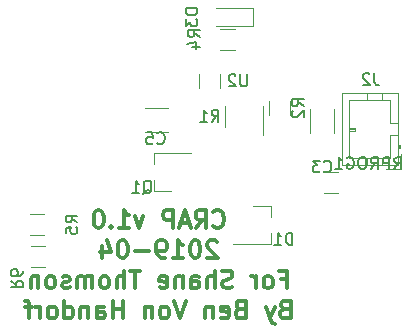
<source format=gbr>
G04 #@! TF.GenerationSoftware,KiCad,Pcbnew,5.0.2-bee76a0~70~ubuntu18.04.1*
G04 #@! TF.CreationDate,2019-04-29T21:23:14-04:00*
G04 #@! TF.ProjectId,E73 SCR,45373320-5343-4522-9e6b-696361645f70,rev?*
G04 #@! TF.SameCoordinates,Original*
G04 #@! TF.FileFunction,Legend,Bot*
G04 #@! TF.FilePolarity,Positive*
%FSLAX46Y46*%
G04 Gerber Fmt 4.6, Leading zero omitted, Abs format (unit mm)*
G04 Created by KiCad (PCBNEW 5.0.2-bee76a0~70~ubuntu18.04.1) date Mon 29 Apr 2019 09:23:14 PM EDT*
%MOMM*%
%LPD*%
G01*
G04 APERTURE LIST*
%ADD10C,0.300000*%
%ADD11C,0.120000*%
%ADD12C,0.150000*%
G04 APERTURE END LIST*
D10*
X136007142Y-77810714D02*
X136078571Y-77882142D01*
X136292857Y-77953571D01*
X136435714Y-77953571D01*
X136650000Y-77882142D01*
X136792857Y-77739285D01*
X136864285Y-77596428D01*
X136935714Y-77310714D01*
X136935714Y-77096428D01*
X136864285Y-76810714D01*
X136792857Y-76667857D01*
X136650000Y-76525000D01*
X136435714Y-76453571D01*
X136292857Y-76453571D01*
X136078571Y-76525000D01*
X136007142Y-76596428D01*
X134507142Y-77953571D02*
X135007142Y-77239285D01*
X135364285Y-77953571D02*
X135364285Y-76453571D01*
X134792857Y-76453571D01*
X134650000Y-76525000D01*
X134578571Y-76596428D01*
X134507142Y-76739285D01*
X134507142Y-76953571D01*
X134578571Y-77096428D01*
X134650000Y-77167857D01*
X134792857Y-77239285D01*
X135364285Y-77239285D01*
X133935714Y-77525000D02*
X133221428Y-77525000D01*
X134078571Y-77953571D02*
X133578571Y-76453571D01*
X133078571Y-77953571D01*
X132578571Y-77953571D02*
X132578571Y-76453571D01*
X132007142Y-76453571D01*
X131864285Y-76525000D01*
X131792857Y-76596428D01*
X131721428Y-76739285D01*
X131721428Y-76953571D01*
X131792857Y-77096428D01*
X131864285Y-77167857D01*
X132007142Y-77239285D01*
X132578571Y-77239285D01*
X130078571Y-76953571D02*
X129721428Y-77953571D01*
X129364285Y-76953571D01*
X128007142Y-77953571D02*
X128864285Y-77953571D01*
X128435714Y-77953571D02*
X128435714Y-76453571D01*
X128578571Y-76667857D01*
X128721428Y-76810714D01*
X128864285Y-76882142D01*
X127364285Y-77810714D02*
X127292857Y-77882142D01*
X127364285Y-77953571D01*
X127435714Y-77882142D01*
X127364285Y-77810714D01*
X127364285Y-77953571D01*
X126364285Y-76453571D02*
X126221428Y-76453571D01*
X126078571Y-76525000D01*
X126007142Y-76596428D01*
X125935714Y-76739285D01*
X125864285Y-77025000D01*
X125864285Y-77382142D01*
X125935714Y-77667857D01*
X126007142Y-77810714D01*
X126078571Y-77882142D01*
X126221428Y-77953571D01*
X126364285Y-77953571D01*
X126507142Y-77882142D01*
X126578571Y-77810714D01*
X126650000Y-77667857D01*
X126721428Y-77382142D01*
X126721428Y-77025000D01*
X126650000Y-76739285D01*
X126578571Y-76596428D01*
X126507142Y-76525000D01*
X126364285Y-76453571D01*
X136328571Y-79146428D02*
X136257142Y-79075000D01*
X136114285Y-79003571D01*
X135757142Y-79003571D01*
X135614285Y-79075000D01*
X135542857Y-79146428D01*
X135471428Y-79289285D01*
X135471428Y-79432142D01*
X135542857Y-79646428D01*
X136400000Y-80503571D01*
X135471428Y-80503571D01*
X134542857Y-79003571D02*
X134400000Y-79003571D01*
X134257142Y-79075000D01*
X134185714Y-79146428D01*
X134114285Y-79289285D01*
X134042857Y-79575000D01*
X134042857Y-79932142D01*
X134114285Y-80217857D01*
X134185714Y-80360714D01*
X134257142Y-80432142D01*
X134400000Y-80503571D01*
X134542857Y-80503571D01*
X134685714Y-80432142D01*
X134757142Y-80360714D01*
X134828571Y-80217857D01*
X134900000Y-79932142D01*
X134900000Y-79575000D01*
X134828571Y-79289285D01*
X134757142Y-79146428D01*
X134685714Y-79075000D01*
X134542857Y-79003571D01*
X132614285Y-80503571D02*
X133471428Y-80503571D01*
X133042857Y-80503571D02*
X133042857Y-79003571D01*
X133185714Y-79217857D01*
X133328571Y-79360714D01*
X133471428Y-79432142D01*
X131900000Y-80503571D02*
X131614285Y-80503571D01*
X131471428Y-80432142D01*
X131400000Y-80360714D01*
X131257142Y-80146428D01*
X131185714Y-79860714D01*
X131185714Y-79289285D01*
X131257142Y-79146428D01*
X131328571Y-79075000D01*
X131471428Y-79003571D01*
X131757142Y-79003571D01*
X131900000Y-79075000D01*
X131971428Y-79146428D01*
X132042857Y-79289285D01*
X132042857Y-79646428D01*
X131971428Y-79789285D01*
X131900000Y-79860714D01*
X131757142Y-79932142D01*
X131471428Y-79932142D01*
X131328571Y-79860714D01*
X131257142Y-79789285D01*
X131185714Y-79646428D01*
X130542857Y-79932142D02*
X129400000Y-79932142D01*
X128400000Y-79003571D02*
X128257142Y-79003571D01*
X128114285Y-79075000D01*
X128042857Y-79146428D01*
X127971428Y-79289285D01*
X127900000Y-79575000D01*
X127900000Y-79932142D01*
X127971428Y-80217857D01*
X128042857Y-80360714D01*
X128114285Y-80432142D01*
X128257142Y-80503571D01*
X128400000Y-80503571D01*
X128542857Y-80432142D01*
X128614285Y-80360714D01*
X128685714Y-80217857D01*
X128757142Y-79932142D01*
X128757142Y-79575000D01*
X128685714Y-79289285D01*
X128614285Y-79146428D01*
X128542857Y-79075000D01*
X128400000Y-79003571D01*
X126614285Y-79503571D02*
X126614285Y-80503571D01*
X126971428Y-78932142D02*
X127328571Y-80003571D01*
X126400000Y-80003571D01*
X141757142Y-82267857D02*
X142257142Y-82267857D01*
X142257142Y-83053571D02*
X142257142Y-81553571D01*
X141542857Y-81553571D01*
X140757142Y-83053571D02*
X140900000Y-82982142D01*
X140971428Y-82910714D01*
X141042857Y-82767857D01*
X141042857Y-82339285D01*
X140971428Y-82196428D01*
X140900000Y-82125000D01*
X140757142Y-82053571D01*
X140542857Y-82053571D01*
X140400000Y-82125000D01*
X140328571Y-82196428D01*
X140257142Y-82339285D01*
X140257142Y-82767857D01*
X140328571Y-82910714D01*
X140400000Y-82982142D01*
X140542857Y-83053571D01*
X140757142Y-83053571D01*
X139614285Y-83053571D02*
X139614285Y-82053571D01*
X139614285Y-82339285D02*
X139542857Y-82196428D01*
X139471428Y-82125000D01*
X139328571Y-82053571D01*
X139185714Y-82053571D01*
X137614285Y-82982142D02*
X137400000Y-83053571D01*
X137042857Y-83053571D01*
X136900000Y-82982142D01*
X136828571Y-82910714D01*
X136757142Y-82767857D01*
X136757142Y-82625000D01*
X136828571Y-82482142D01*
X136900000Y-82410714D01*
X137042857Y-82339285D01*
X137328571Y-82267857D01*
X137471428Y-82196428D01*
X137542857Y-82125000D01*
X137614285Y-81982142D01*
X137614285Y-81839285D01*
X137542857Y-81696428D01*
X137471428Y-81625000D01*
X137328571Y-81553571D01*
X136971428Y-81553571D01*
X136757142Y-81625000D01*
X136114285Y-83053571D02*
X136114285Y-81553571D01*
X135471428Y-83053571D02*
X135471428Y-82267857D01*
X135542857Y-82125000D01*
X135685714Y-82053571D01*
X135900000Y-82053571D01*
X136042857Y-82125000D01*
X136114285Y-82196428D01*
X134114285Y-83053571D02*
X134114285Y-82267857D01*
X134185714Y-82125000D01*
X134328571Y-82053571D01*
X134614285Y-82053571D01*
X134757142Y-82125000D01*
X134114285Y-82982142D02*
X134257142Y-83053571D01*
X134614285Y-83053571D01*
X134757142Y-82982142D01*
X134828571Y-82839285D01*
X134828571Y-82696428D01*
X134757142Y-82553571D01*
X134614285Y-82482142D01*
X134257142Y-82482142D01*
X134114285Y-82410714D01*
X133400000Y-82053571D02*
X133400000Y-83053571D01*
X133400000Y-82196428D02*
X133328571Y-82125000D01*
X133185714Y-82053571D01*
X132971428Y-82053571D01*
X132828571Y-82125000D01*
X132757142Y-82267857D01*
X132757142Y-83053571D01*
X131471428Y-82982142D02*
X131614285Y-83053571D01*
X131900000Y-83053571D01*
X132042857Y-82982142D01*
X132114285Y-82839285D01*
X132114285Y-82267857D01*
X132042857Y-82125000D01*
X131900000Y-82053571D01*
X131614285Y-82053571D01*
X131471428Y-82125000D01*
X131400000Y-82267857D01*
X131400000Y-82410714D01*
X132114285Y-82553571D01*
X129828571Y-81553571D02*
X128971428Y-81553571D01*
X129400000Y-83053571D02*
X129400000Y-81553571D01*
X128471428Y-83053571D02*
X128471428Y-81553571D01*
X127828571Y-83053571D02*
X127828571Y-82267857D01*
X127900000Y-82125000D01*
X128042857Y-82053571D01*
X128257142Y-82053571D01*
X128400000Y-82125000D01*
X128471428Y-82196428D01*
X126900000Y-83053571D02*
X127042857Y-82982142D01*
X127114285Y-82910714D01*
X127185714Y-82767857D01*
X127185714Y-82339285D01*
X127114285Y-82196428D01*
X127042857Y-82125000D01*
X126900000Y-82053571D01*
X126685714Y-82053571D01*
X126542857Y-82125000D01*
X126471428Y-82196428D01*
X126400000Y-82339285D01*
X126400000Y-82767857D01*
X126471428Y-82910714D01*
X126542857Y-82982142D01*
X126685714Y-83053571D01*
X126900000Y-83053571D01*
X125757142Y-83053571D02*
X125757142Y-82053571D01*
X125757142Y-82196428D02*
X125685714Y-82125000D01*
X125542857Y-82053571D01*
X125328571Y-82053571D01*
X125185714Y-82125000D01*
X125114285Y-82267857D01*
X125114285Y-83053571D01*
X125114285Y-82267857D02*
X125042857Y-82125000D01*
X124900000Y-82053571D01*
X124685714Y-82053571D01*
X124542857Y-82125000D01*
X124471428Y-82267857D01*
X124471428Y-83053571D01*
X123828571Y-82982142D02*
X123685714Y-83053571D01*
X123400000Y-83053571D01*
X123257142Y-82982142D01*
X123185714Y-82839285D01*
X123185714Y-82767857D01*
X123257142Y-82625000D01*
X123400000Y-82553571D01*
X123614285Y-82553571D01*
X123757142Y-82482142D01*
X123828571Y-82339285D01*
X123828571Y-82267857D01*
X123757142Y-82125000D01*
X123614285Y-82053571D01*
X123400000Y-82053571D01*
X123257142Y-82125000D01*
X122328571Y-83053571D02*
X122471428Y-82982142D01*
X122542857Y-82910714D01*
X122614285Y-82767857D01*
X122614285Y-82339285D01*
X122542857Y-82196428D01*
X122471428Y-82125000D01*
X122328571Y-82053571D01*
X122114285Y-82053571D01*
X121971428Y-82125000D01*
X121900000Y-82196428D01*
X121828571Y-82339285D01*
X121828571Y-82767857D01*
X121900000Y-82910714D01*
X121971428Y-82982142D01*
X122114285Y-83053571D01*
X122328571Y-83053571D01*
X121185714Y-82053571D02*
X121185714Y-83053571D01*
X121185714Y-82196428D02*
X121114285Y-82125000D01*
X120971428Y-82053571D01*
X120757142Y-82053571D01*
X120614285Y-82125000D01*
X120542857Y-82267857D01*
X120542857Y-83053571D01*
X142042857Y-84817857D02*
X141828571Y-84889285D01*
X141757142Y-84960714D01*
X141685714Y-85103571D01*
X141685714Y-85317857D01*
X141757142Y-85460714D01*
X141828571Y-85532142D01*
X141971428Y-85603571D01*
X142542857Y-85603571D01*
X142542857Y-84103571D01*
X142042857Y-84103571D01*
X141900000Y-84175000D01*
X141828571Y-84246428D01*
X141757142Y-84389285D01*
X141757142Y-84532142D01*
X141828571Y-84675000D01*
X141900000Y-84746428D01*
X142042857Y-84817857D01*
X142542857Y-84817857D01*
X141185714Y-84603571D02*
X140828571Y-85603571D01*
X140471428Y-84603571D02*
X140828571Y-85603571D01*
X140971428Y-85960714D01*
X141042857Y-86032142D01*
X141185714Y-86103571D01*
X138257142Y-84817857D02*
X138042857Y-84889285D01*
X137971428Y-84960714D01*
X137900000Y-85103571D01*
X137900000Y-85317857D01*
X137971428Y-85460714D01*
X138042857Y-85532142D01*
X138185714Y-85603571D01*
X138757142Y-85603571D01*
X138757142Y-84103571D01*
X138257142Y-84103571D01*
X138114285Y-84175000D01*
X138042857Y-84246428D01*
X137971428Y-84389285D01*
X137971428Y-84532142D01*
X138042857Y-84675000D01*
X138114285Y-84746428D01*
X138257142Y-84817857D01*
X138757142Y-84817857D01*
X136685714Y-85532142D02*
X136828571Y-85603571D01*
X137114285Y-85603571D01*
X137257142Y-85532142D01*
X137328571Y-85389285D01*
X137328571Y-84817857D01*
X137257142Y-84675000D01*
X137114285Y-84603571D01*
X136828571Y-84603571D01*
X136685714Y-84675000D01*
X136614285Y-84817857D01*
X136614285Y-84960714D01*
X137328571Y-85103571D01*
X135971428Y-84603571D02*
X135971428Y-85603571D01*
X135971428Y-84746428D02*
X135900000Y-84675000D01*
X135757142Y-84603571D01*
X135542857Y-84603571D01*
X135400000Y-84675000D01*
X135328571Y-84817857D01*
X135328571Y-85603571D01*
X133685714Y-84103571D02*
X133185714Y-85603571D01*
X132685714Y-84103571D01*
X131971428Y-85603571D02*
X132114285Y-85532142D01*
X132185714Y-85460714D01*
X132257142Y-85317857D01*
X132257142Y-84889285D01*
X132185714Y-84746428D01*
X132114285Y-84675000D01*
X131971428Y-84603571D01*
X131757142Y-84603571D01*
X131614285Y-84675000D01*
X131542857Y-84746428D01*
X131471428Y-84889285D01*
X131471428Y-85317857D01*
X131542857Y-85460714D01*
X131614285Y-85532142D01*
X131757142Y-85603571D01*
X131971428Y-85603571D01*
X130828571Y-84603571D02*
X130828571Y-85603571D01*
X130828571Y-84746428D02*
X130757142Y-84675000D01*
X130614285Y-84603571D01*
X130400000Y-84603571D01*
X130257142Y-84675000D01*
X130185714Y-84817857D01*
X130185714Y-85603571D01*
X128328571Y-85603571D02*
X128328571Y-84103571D01*
X128328571Y-84817857D02*
X127471428Y-84817857D01*
X127471428Y-85603571D02*
X127471428Y-84103571D01*
X126114285Y-85603571D02*
X126114285Y-84817857D01*
X126185714Y-84675000D01*
X126328571Y-84603571D01*
X126614285Y-84603571D01*
X126757142Y-84675000D01*
X126114285Y-85532142D02*
X126257142Y-85603571D01*
X126614285Y-85603571D01*
X126757142Y-85532142D01*
X126828571Y-85389285D01*
X126828571Y-85246428D01*
X126757142Y-85103571D01*
X126614285Y-85032142D01*
X126257142Y-85032142D01*
X126114285Y-84960714D01*
X125400000Y-84603571D02*
X125400000Y-85603571D01*
X125400000Y-84746428D02*
X125328571Y-84675000D01*
X125185714Y-84603571D01*
X124971428Y-84603571D01*
X124828571Y-84675000D01*
X124757142Y-84817857D01*
X124757142Y-85603571D01*
X123400000Y-85603571D02*
X123400000Y-84103571D01*
X123400000Y-85532142D02*
X123542857Y-85603571D01*
X123828571Y-85603571D01*
X123971428Y-85532142D01*
X124042857Y-85460714D01*
X124114285Y-85317857D01*
X124114285Y-84889285D01*
X124042857Y-84746428D01*
X123971428Y-84675000D01*
X123828571Y-84603571D01*
X123542857Y-84603571D01*
X123400000Y-84675000D01*
X122471428Y-85603571D02*
X122614285Y-85532142D01*
X122685714Y-85460714D01*
X122757142Y-85317857D01*
X122757142Y-84889285D01*
X122685714Y-84746428D01*
X122614285Y-84675000D01*
X122471428Y-84603571D01*
X122257142Y-84603571D01*
X122114285Y-84675000D01*
X122042857Y-84746428D01*
X121971428Y-84889285D01*
X121971428Y-85317857D01*
X122042857Y-85460714D01*
X122114285Y-85532142D01*
X122257142Y-85603571D01*
X122471428Y-85603571D01*
X121328571Y-85603571D02*
X121328571Y-84603571D01*
X121328571Y-84889285D02*
X121257142Y-84746428D01*
X121185714Y-84675000D01*
X121042857Y-84603571D01*
X120900000Y-84603571D01*
X120614285Y-84603571D02*
X120042857Y-84603571D01*
X120400000Y-85603571D02*
X120400000Y-84317857D01*
X120328571Y-84175000D01*
X120185714Y-84103571D01*
X120042857Y-84103571D01*
D11*
G04 #@! TO.C,D1*
X140860000Y-76120000D02*
X139400000Y-76120000D01*
X140860000Y-79280000D02*
X137700000Y-79280000D01*
X140860000Y-79280000D02*
X140860000Y-78350000D01*
X140860000Y-76120000D02*
X140860000Y-77050000D01*
G04 #@! TO.C,C5*
X130200000Y-67780000D02*
X132200000Y-67780000D01*
X132200000Y-69820000D02*
X130200000Y-69820000D01*
G04 #@! TO.C,C3*
X144180000Y-69900000D02*
X144180000Y-67900000D01*
X146220000Y-67900000D02*
X146220000Y-69900000D01*
G04 #@! TO.C,D3*
X136200000Y-60850000D02*
X139400000Y-60850000D01*
X139400000Y-59350000D02*
X136200000Y-59350000D01*
X139400000Y-59350000D02*
X139400000Y-60850000D01*
G04 #@! TO.C,J2*
X151900000Y-72950000D02*
X150650000Y-72950000D01*
X151900000Y-71700000D02*
X151900000Y-72950000D01*
X147500000Y-69600000D02*
X148000000Y-69600000D01*
X148000000Y-69500000D02*
X147500000Y-69500000D01*
X148000000Y-69700000D02*
X148000000Y-69500000D01*
X147500000Y-69700000D02*
X148000000Y-69700000D01*
X151700000Y-70900000D02*
X151700000Y-71200000D01*
X151800000Y-71200000D02*
X151600000Y-71200000D01*
X151800000Y-70900000D02*
X151800000Y-71200000D01*
X151600000Y-70900000D02*
X151800000Y-70900000D01*
X149000000Y-66550000D02*
X149000000Y-67150000D01*
X150300000Y-66550000D02*
X150300000Y-67150000D01*
X149000000Y-72650000D02*
X149000000Y-72050000D01*
X150300000Y-72650000D02*
X150300000Y-72050000D01*
X151000000Y-69100000D02*
X151600000Y-69100000D01*
X151000000Y-67150000D02*
X151000000Y-69100000D01*
X147500000Y-67150000D02*
X151000000Y-67150000D01*
X147500000Y-72050000D02*
X147500000Y-67150000D01*
X151000000Y-72050000D02*
X147500000Y-72050000D01*
X151000000Y-70100000D02*
X151000000Y-72050000D01*
X151600000Y-70100000D02*
X151000000Y-70100000D01*
X151600000Y-66550000D02*
X151600000Y-72650000D01*
X146900000Y-66550000D02*
X151600000Y-66550000D01*
X146900000Y-72650000D02*
X146900000Y-66550000D01*
X151600000Y-72650000D02*
X146900000Y-72650000D01*
G04 #@! TO.C,Q1*
X130940000Y-74780000D02*
X130940000Y-73850000D01*
X130940000Y-71620000D02*
X130940000Y-72550000D01*
X130940000Y-71620000D02*
X134100000Y-71620000D01*
X130940000Y-74780000D02*
X132400000Y-74780000D01*
G04 #@! TO.C,R1*
X136580000Y-66100000D02*
X136580000Y-64900000D01*
X134820000Y-64900000D02*
X134820000Y-66100000D01*
G04 #@! TO.C,R2*
X142480000Y-68400000D02*
X142480000Y-67200000D01*
X140720000Y-67200000D02*
X140720000Y-68400000D01*
G04 #@! TO.C,R4*
X136600000Y-62880000D02*
X137800000Y-62880000D01*
X137800000Y-61120000D02*
X136600000Y-61120000D01*
G04 #@! TO.C,R5*
X121700000Y-76770000D02*
X120500000Y-76770000D01*
X120500000Y-78530000D02*
X121700000Y-78530000D01*
G04 #@! TO.C,R6*
X121750000Y-79520000D02*
X120550000Y-79520000D01*
X120550000Y-81280000D02*
X121750000Y-81280000D01*
G04 #@! TO.C,RPROG1*
X146600000Y-73220000D02*
X145400000Y-73220000D01*
X145400000Y-74980000D02*
X146600000Y-74980000D01*
G04 #@! TO.C,U2*
X140210000Y-67600000D02*
X140210000Y-70050000D01*
X136990000Y-69400000D02*
X136990000Y-67600000D01*
G04 #@! TO.C,D1*
D12*
X142688095Y-79352380D02*
X142688095Y-78352380D01*
X142450000Y-78352380D01*
X142307142Y-78400000D01*
X142211904Y-78495238D01*
X142164285Y-78590476D01*
X142116666Y-78780952D01*
X142116666Y-78923809D01*
X142164285Y-79114285D01*
X142211904Y-79209523D01*
X142307142Y-79304761D01*
X142450000Y-79352380D01*
X142688095Y-79352380D01*
X141164285Y-79352380D02*
X141735714Y-79352380D01*
X141450000Y-79352380D02*
X141450000Y-78352380D01*
X141545238Y-78495238D01*
X141640476Y-78590476D01*
X141735714Y-78638095D01*
G04 #@! TO.C,C5*
X131266666Y-70757142D02*
X131314285Y-70804761D01*
X131457142Y-70852380D01*
X131552380Y-70852380D01*
X131695238Y-70804761D01*
X131790476Y-70709523D01*
X131838095Y-70614285D01*
X131885714Y-70423809D01*
X131885714Y-70280952D01*
X131838095Y-70090476D01*
X131790476Y-69995238D01*
X131695238Y-69900000D01*
X131552380Y-69852380D01*
X131457142Y-69852380D01*
X131314285Y-69900000D01*
X131266666Y-69947619D01*
X130361904Y-69852380D02*
X130838095Y-69852380D01*
X130885714Y-70328571D01*
X130838095Y-70280952D01*
X130742857Y-70233333D01*
X130504761Y-70233333D01*
X130409523Y-70280952D01*
X130361904Y-70328571D01*
X130314285Y-70423809D01*
X130314285Y-70661904D01*
X130361904Y-70757142D01*
X130409523Y-70804761D01*
X130504761Y-70852380D01*
X130742857Y-70852380D01*
X130838095Y-70804761D01*
X130885714Y-70757142D01*
G04 #@! TO.C,C3*
X145366666Y-73157142D02*
X145414285Y-73204761D01*
X145557142Y-73252380D01*
X145652380Y-73252380D01*
X145795238Y-73204761D01*
X145890476Y-73109523D01*
X145938095Y-73014285D01*
X145985714Y-72823809D01*
X145985714Y-72680952D01*
X145938095Y-72490476D01*
X145890476Y-72395238D01*
X145795238Y-72300000D01*
X145652380Y-72252380D01*
X145557142Y-72252380D01*
X145414285Y-72300000D01*
X145366666Y-72347619D01*
X145033333Y-72252380D02*
X144414285Y-72252380D01*
X144747619Y-72633333D01*
X144604761Y-72633333D01*
X144509523Y-72680952D01*
X144461904Y-72728571D01*
X144414285Y-72823809D01*
X144414285Y-73061904D01*
X144461904Y-73157142D01*
X144509523Y-73204761D01*
X144604761Y-73252380D01*
X144890476Y-73252380D01*
X144985714Y-73204761D01*
X145033333Y-73157142D01*
G04 #@! TO.C,D3*
X134652380Y-59361904D02*
X133652380Y-59361904D01*
X133652380Y-59600000D01*
X133700000Y-59742857D01*
X133795238Y-59838095D01*
X133890476Y-59885714D01*
X134080952Y-59933333D01*
X134223809Y-59933333D01*
X134414285Y-59885714D01*
X134509523Y-59838095D01*
X134604761Y-59742857D01*
X134652380Y-59600000D01*
X134652380Y-59361904D01*
X133652380Y-60266666D02*
X133652380Y-60885714D01*
X134033333Y-60552380D01*
X134033333Y-60695238D01*
X134080952Y-60790476D01*
X134128571Y-60838095D01*
X134223809Y-60885714D01*
X134461904Y-60885714D01*
X134557142Y-60838095D01*
X134604761Y-60790476D01*
X134652380Y-60695238D01*
X134652380Y-60409523D01*
X134604761Y-60314285D01*
X134557142Y-60266666D01*
G04 #@! TO.C,J2*
X149633333Y-64852380D02*
X149633333Y-65566666D01*
X149680952Y-65709523D01*
X149776190Y-65804761D01*
X149919047Y-65852380D01*
X150014285Y-65852380D01*
X149204761Y-64947619D02*
X149157142Y-64900000D01*
X149061904Y-64852380D01*
X148823809Y-64852380D01*
X148728571Y-64900000D01*
X148680952Y-64947619D01*
X148633333Y-65042857D01*
X148633333Y-65138095D01*
X148680952Y-65280952D01*
X149252380Y-65852380D01*
X148633333Y-65852380D01*
G04 #@! TO.C,Q1*
X130045238Y-75047619D02*
X130140476Y-75000000D01*
X130235714Y-74904761D01*
X130378571Y-74761904D01*
X130473809Y-74714285D01*
X130569047Y-74714285D01*
X130521428Y-74952380D02*
X130616666Y-74904761D01*
X130711904Y-74809523D01*
X130759523Y-74619047D01*
X130759523Y-74285714D01*
X130711904Y-74095238D01*
X130616666Y-74000000D01*
X130521428Y-73952380D01*
X130330952Y-73952380D01*
X130235714Y-74000000D01*
X130140476Y-74095238D01*
X130092857Y-74285714D01*
X130092857Y-74619047D01*
X130140476Y-74809523D01*
X130235714Y-74904761D01*
X130330952Y-74952380D01*
X130521428Y-74952380D01*
X129140476Y-74952380D02*
X129711904Y-74952380D01*
X129426190Y-74952380D02*
X129426190Y-73952380D01*
X129521428Y-74095238D01*
X129616666Y-74190476D01*
X129711904Y-74238095D01*
G04 #@! TO.C,R1*
X135866666Y-68952380D02*
X136200000Y-68476190D01*
X136438095Y-68952380D02*
X136438095Y-67952380D01*
X136057142Y-67952380D01*
X135961904Y-68000000D01*
X135914285Y-68047619D01*
X135866666Y-68142857D01*
X135866666Y-68285714D01*
X135914285Y-68380952D01*
X135961904Y-68428571D01*
X136057142Y-68476190D01*
X136438095Y-68476190D01*
X134914285Y-68952380D02*
X135485714Y-68952380D01*
X135200000Y-68952380D02*
X135200000Y-67952380D01*
X135295238Y-68095238D01*
X135390476Y-68190476D01*
X135485714Y-68238095D01*
G04 #@! TO.C,R2*
X143652380Y-67633333D02*
X143176190Y-67300000D01*
X143652380Y-67061904D02*
X142652380Y-67061904D01*
X142652380Y-67442857D01*
X142700000Y-67538095D01*
X142747619Y-67585714D01*
X142842857Y-67633333D01*
X142985714Y-67633333D01*
X143080952Y-67585714D01*
X143128571Y-67538095D01*
X143176190Y-67442857D01*
X143176190Y-67061904D01*
X142747619Y-68014285D02*
X142700000Y-68061904D01*
X142652380Y-68157142D01*
X142652380Y-68395238D01*
X142700000Y-68490476D01*
X142747619Y-68538095D01*
X142842857Y-68585714D01*
X142938095Y-68585714D01*
X143080952Y-68538095D01*
X143652380Y-67966666D01*
X143652380Y-68585714D01*
G04 #@! TO.C,R4*
X134852380Y-61783333D02*
X134376190Y-61450000D01*
X134852380Y-61211904D02*
X133852380Y-61211904D01*
X133852380Y-61592857D01*
X133900000Y-61688095D01*
X133947619Y-61735714D01*
X134042857Y-61783333D01*
X134185714Y-61783333D01*
X134280952Y-61735714D01*
X134328571Y-61688095D01*
X134376190Y-61592857D01*
X134376190Y-61211904D01*
X134185714Y-62640476D02*
X134852380Y-62640476D01*
X133804761Y-62402380D02*
X134519047Y-62164285D01*
X134519047Y-62783333D01*
G04 #@! TO.C,R5*
X124502380Y-77483333D02*
X124026190Y-77150000D01*
X124502380Y-76911904D02*
X123502380Y-76911904D01*
X123502380Y-77292857D01*
X123550000Y-77388095D01*
X123597619Y-77435714D01*
X123692857Y-77483333D01*
X123835714Y-77483333D01*
X123930952Y-77435714D01*
X123978571Y-77388095D01*
X124026190Y-77292857D01*
X124026190Y-76911904D01*
X123502380Y-78388095D02*
X123502380Y-77911904D01*
X123978571Y-77864285D01*
X123930952Y-77911904D01*
X123883333Y-78007142D01*
X123883333Y-78245238D01*
X123930952Y-78340476D01*
X123978571Y-78388095D01*
X124073809Y-78435714D01*
X124311904Y-78435714D01*
X124407142Y-78388095D01*
X124454761Y-78340476D01*
X124502380Y-78245238D01*
X124502380Y-78007142D01*
X124454761Y-77911904D01*
X124407142Y-77864285D01*
G04 #@! TO.C,R6*
X118847619Y-82416666D02*
X119323809Y-82750000D01*
X118847619Y-82988095D02*
X119847619Y-82988095D01*
X119847619Y-82607142D01*
X119800000Y-82511904D01*
X119752380Y-82464285D01*
X119657142Y-82416666D01*
X119514285Y-82416666D01*
X119419047Y-82464285D01*
X119371428Y-82511904D01*
X119323809Y-82607142D01*
X119323809Y-82988095D01*
X119847619Y-81559523D02*
X119847619Y-81750000D01*
X119800000Y-81845238D01*
X119752380Y-81892857D01*
X119609523Y-81988095D01*
X119419047Y-82035714D01*
X119038095Y-82035714D01*
X118942857Y-81988095D01*
X118895238Y-81940476D01*
X118847619Y-81845238D01*
X118847619Y-81654761D01*
X118895238Y-81559523D01*
X118942857Y-81511904D01*
X119038095Y-81464285D01*
X119276190Y-81464285D01*
X119371428Y-81511904D01*
X119419047Y-81559523D01*
X119466666Y-81654761D01*
X119466666Y-81845238D01*
X119419047Y-81940476D01*
X119371428Y-81988095D01*
X119276190Y-82035714D01*
G04 #@! TO.C,RPROG1*
X151340476Y-72952380D02*
X151673809Y-72476190D01*
X151911904Y-72952380D02*
X151911904Y-71952380D01*
X151530952Y-71952380D01*
X151435714Y-72000000D01*
X151388095Y-72047619D01*
X151340476Y-72142857D01*
X151340476Y-72285714D01*
X151388095Y-72380952D01*
X151435714Y-72428571D01*
X151530952Y-72476190D01*
X151911904Y-72476190D01*
X150911904Y-72952380D02*
X150911904Y-71952380D01*
X150530952Y-71952380D01*
X150435714Y-72000000D01*
X150388095Y-72047619D01*
X150340476Y-72142857D01*
X150340476Y-72285714D01*
X150388095Y-72380952D01*
X150435714Y-72428571D01*
X150530952Y-72476190D01*
X150911904Y-72476190D01*
X149340476Y-72952380D02*
X149673809Y-72476190D01*
X149911904Y-72952380D02*
X149911904Y-71952380D01*
X149530952Y-71952380D01*
X149435714Y-72000000D01*
X149388095Y-72047619D01*
X149340476Y-72142857D01*
X149340476Y-72285714D01*
X149388095Y-72380952D01*
X149435714Y-72428571D01*
X149530952Y-72476190D01*
X149911904Y-72476190D01*
X148721428Y-71952380D02*
X148530952Y-71952380D01*
X148435714Y-72000000D01*
X148340476Y-72095238D01*
X148292857Y-72285714D01*
X148292857Y-72619047D01*
X148340476Y-72809523D01*
X148435714Y-72904761D01*
X148530952Y-72952380D01*
X148721428Y-72952380D01*
X148816666Y-72904761D01*
X148911904Y-72809523D01*
X148959523Y-72619047D01*
X148959523Y-72285714D01*
X148911904Y-72095238D01*
X148816666Y-72000000D01*
X148721428Y-71952380D01*
X147340476Y-72000000D02*
X147435714Y-71952380D01*
X147578571Y-71952380D01*
X147721428Y-72000000D01*
X147816666Y-72095238D01*
X147864285Y-72190476D01*
X147911904Y-72380952D01*
X147911904Y-72523809D01*
X147864285Y-72714285D01*
X147816666Y-72809523D01*
X147721428Y-72904761D01*
X147578571Y-72952380D01*
X147483333Y-72952380D01*
X147340476Y-72904761D01*
X147292857Y-72857142D01*
X147292857Y-72523809D01*
X147483333Y-72523809D01*
X146340476Y-72952380D02*
X146911904Y-72952380D01*
X146626190Y-72952380D02*
X146626190Y-71952380D01*
X146721428Y-72095238D01*
X146816666Y-72190476D01*
X146911904Y-72238095D01*
G04 #@! TO.C,U2*
X138861904Y-64952380D02*
X138861904Y-65761904D01*
X138814285Y-65857142D01*
X138766666Y-65904761D01*
X138671428Y-65952380D01*
X138480952Y-65952380D01*
X138385714Y-65904761D01*
X138338095Y-65857142D01*
X138290476Y-65761904D01*
X138290476Y-64952380D01*
X137861904Y-65047619D02*
X137814285Y-65000000D01*
X137719047Y-64952380D01*
X137480952Y-64952380D01*
X137385714Y-65000000D01*
X137338095Y-65047619D01*
X137290476Y-65142857D01*
X137290476Y-65238095D01*
X137338095Y-65380952D01*
X137909523Y-65952380D01*
X137290476Y-65952380D01*
G04 #@! TD*
M02*

</source>
